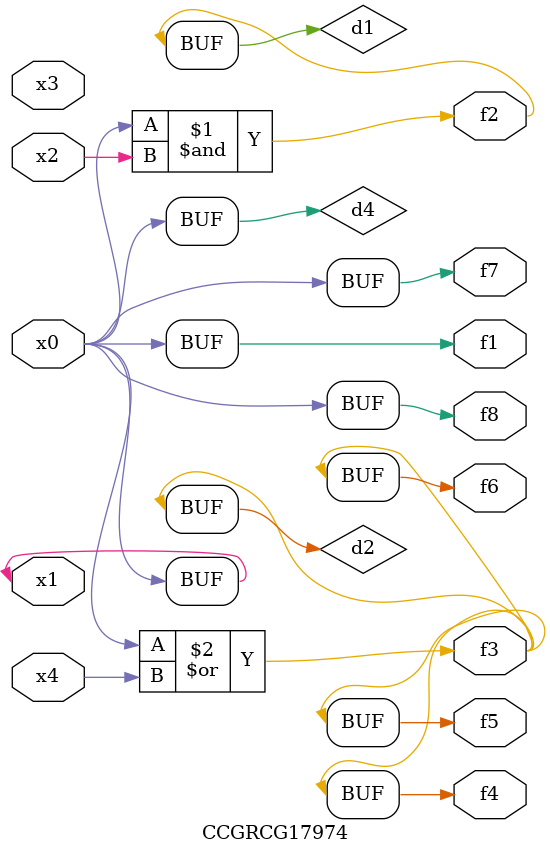
<source format=v>
module CCGRCG17974(
	input x0, x1, x2, x3, x4,
	output f1, f2, f3, f4, f5, f6, f7, f8
);

	wire d1, d2, d3, d4;

	and (d1, x0, x2);
	or (d2, x0, x4);
	nand (d3, x0, x2);
	buf (d4, x0, x1);
	assign f1 = d4;
	assign f2 = d1;
	assign f3 = d2;
	assign f4 = d2;
	assign f5 = d2;
	assign f6 = d2;
	assign f7 = d4;
	assign f8 = d4;
endmodule

</source>
